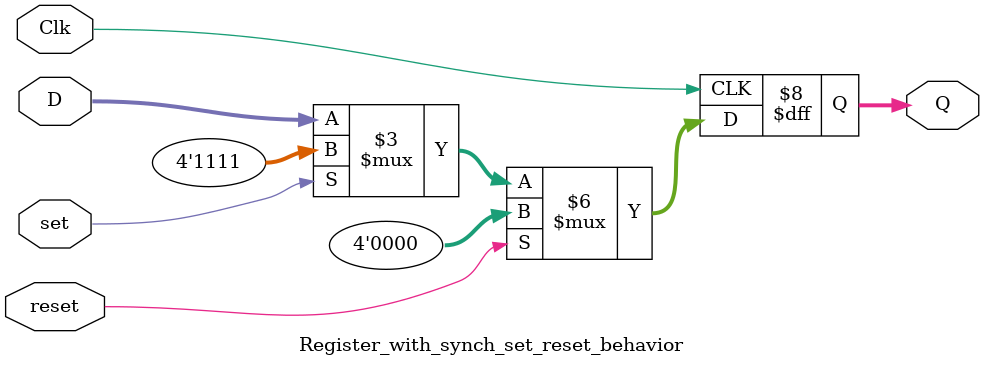
<source format=v>
`timescale 1ns / 1ps

module Register_with_synch_set_reset_behavior(
    input [3:0] D,
    input set,
    input reset,
    input Clk,
    output reg [3:0] Q
    );
    
       always @(posedge Clk)
       if (reset) 
       begin
          Q <= 4'b0;
       end else if (set)
       begin
         Q <= 4'b1111;
       end else
       begin
          Q <= D;
       end

endmodule

</source>
